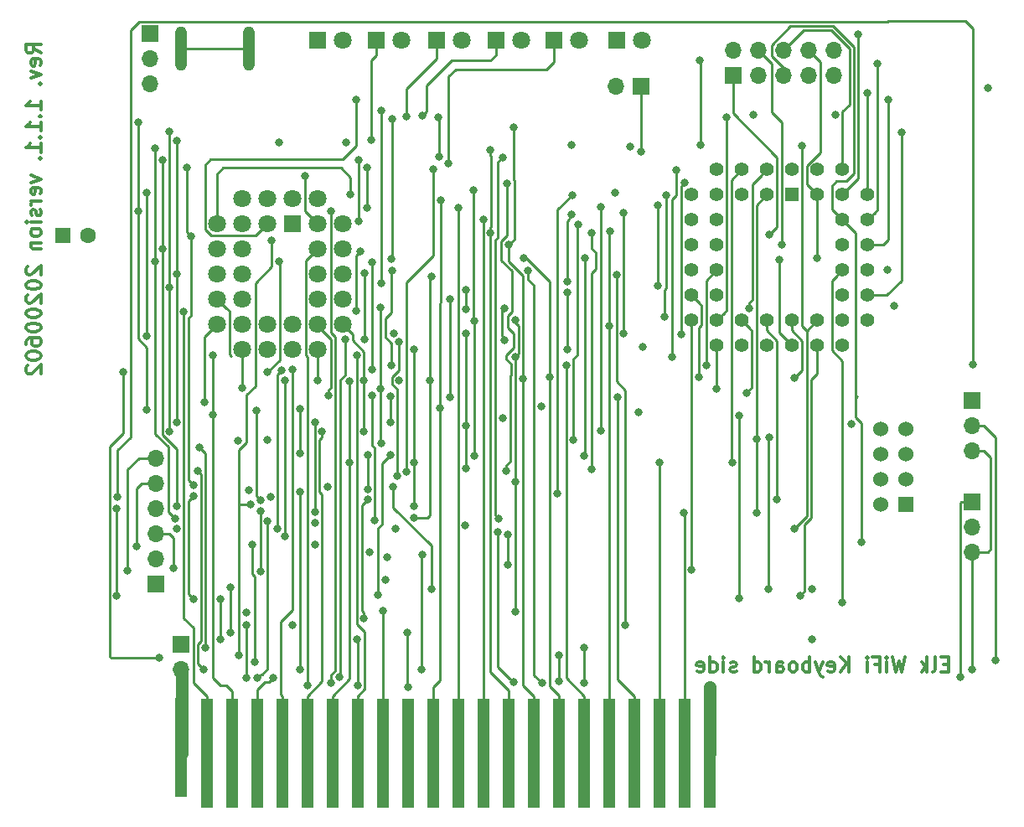
<source format=gbr>
G04 #@! TF.GenerationSoftware,KiCad,Pcbnew,(5.1.2-1)-1*
G04 #@! TF.CreationDate,2020-06-07T15:36:17+02:00*
G04 #@! TF.ProjectId,ElkWifi,456c6b57-6966-4692-9e6b-696361645f70,rev?*
G04 #@! TF.SameCoordinates,Original*
G04 #@! TF.FileFunction,Copper,L4,Bot*
G04 #@! TF.FilePolarity,Positive*
%FSLAX46Y46*%
G04 Gerber Fmt 4.6, Leading zero omitted, Abs format (unit mm)*
G04 Created by KiCad (PCBNEW (5.1.2-1)-1) date 2020-06-07 15:36:17*
%MOMM*%
%LPD*%
G04 APERTURE LIST*
%ADD10C,0.300000*%
%ADD11C,1.600000*%
%ADD12R,1.600000X1.600000*%
%ADD13C,1.524000*%
%ADD14R,1.524000X1.524000*%
%ADD15C,1.422400*%
%ADD16R,1.422400X1.422400*%
%ADD17R,1.270000X11.000000*%
%ADD18R,1.270000X10.000000*%
%ADD19O,1.200000X4.500000*%
%ADD20O,1.700000X1.700000*%
%ADD21R,1.700000X1.700000*%
%ADD22C,1.800000*%
%ADD23R,1.800000X1.800000*%
%ADD24C,0.800000*%
%ADD25C,0.250000*%
%ADD26C,1.250000*%
G04 APERTURE END LIST*
D10*
X72174491Y-31156180D02*
X71460205Y-30656180D01*
X72174491Y-30299037D02*
X70674491Y-30299037D01*
X70674491Y-30870465D01*
X70745920Y-31013322D01*
X70817348Y-31084751D01*
X70960205Y-31156180D01*
X71174491Y-31156180D01*
X71317348Y-31084751D01*
X71388777Y-31013322D01*
X71460205Y-30870465D01*
X71460205Y-30299037D01*
X72103062Y-32370465D02*
X72174491Y-32227608D01*
X72174491Y-31941894D01*
X72103062Y-31799037D01*
X71960205Y-31727608D01*
X71388777Y-31727608D01*
X71245920Y-31799037D01*
X71174491Y-31941894D01*
X71174491Y-32227608D01*
X71245920Y-32370465D01*
X71388777Y-32441894D01*
X71531634Y-32441894D01*
X71674491Y-31727608D01*
X71174491Y-32941894D02*
X72174491Y-33299037D01*
X71174491Y-33656180D01*
X72031634Y-34227608D02*
X72103062Y-34299037D01*
X72174491Y-34227608D01*
X72103062Y-34156180D01*
X72031634Y-34227608D01*
X72174491Y-34227608D01*
X72174491Y-36870465D02*
X72174491Y-36013322D01*
X72174491Y-36441894D02*
X70674491Y-36441894D01*
X70888777Y-36299037D01*
X71031634Y-36156180D01*
X71103062Y-36013322D01*
X72031634Y-37513322D02*
X72103062Y-37584751D01*
X72174491Y-37513322D01*
X72103062Y-37441894D01*
X72031634Y-37513322D01*
X72174491Y-37513322D01*
X72174491Y-39013322D02*
X72174491Y-38156180D01*
X72174491Y-38584751D02*
X70674491Y-38584751D01*
X70888777Y-38441894D01*
X71031634Y-38299037D01*
X71103062Y-38156180D01*
X72031634Y-39656180D02*
X72103062Y-39727608D01*
X72174491Y-39656180D01*
X72103062Y-39584751D01*
X72031634Y-39656180D01*
X72174491Y-39656180D01*
X72174491Y-41156180D02*
X72174491Y-40299037D01*
X72174491Y-40727608D02*
X70674491Y-40727608D01*
X70888777Y-40584751D01*
X71031634Y-40441894D01*
X71103062Y-40299037D01*
X72031634Y-41799037D02*
X72103062Y-41870465D01*
X72174491Y-41799037D01*
X72103062Y-41727608D01*
X72031634Y-41799037D01*
X72174491Y-41799037D01*
X71174491Y-43513322D02*
X72174491Y-43870465D01*
X71174491Y-44227608D01*
X72103062Y-45370465D02*
X72174491Y-45227608D01*
X72174491Y-44941894D01*
X72103062Y-44799037D01*
X71960205Y-44727608D01*
X71388777Y-44727608D01*
X71245920Y-44799037D01*
X71174491Y-44941894D01*
X71174491Y-45227608D01*
X71245920Y-45370465D01*
X71388777Y-45441894D01*
X71531634Y-45441894D01*
X71674491Y-44727608D01*
X72174491Y-46084751D02*
X71174491Y-46084751D01*
X71460205Y-46084751D02*
X71317348Y-46156180D01*
X71245920Y-46227608D01*
X71174491Y-46370465D01*
X71174491Y-46513322D01*
X72103062Y-46941894D02*
X72174491Y-47084751D01*
X72174491Y-47370465D01*
X72103062Y-47513322D01*
X71960205Y-47584751D01*
X71888777Y-47584751D01*
X71745920Y-47513322D01*
X71674491Y-47370465D01*
X71674491Y-47156180D01*
X71603062Y-47013322D01*
X71460205Y-46941894D01*
X71388777Y-46941894D01*
X71245920Y-47013322D01*
X71174491Y-47156180D01*
X71174491Y-47370465D01*
X71245920Y-47513322D01*
X72174491Y-48227608D02*
X71174491Y-48227608D01*
X70674491Y-48227608D02*
X70745920Y-48156180D01*
X70817348Y-48227608D01*
X70745920Y-48299037D01*
X70674491Y-48227608D01*
X70817348Y-48227608D01*
X72174491Y-49156180D02*
X72103062Y-49013322D01*
X72031634Y-48941894D01*
X71888777Y-48870465D01*
X71460205Y-48870465D01*
X71317348Y-48941894D01*
X71245920Y-49013322D01*
X71174491Y-49156180D01*
X71174491Y-49370465D01*
X71245920Y-49513322D01*
X71317348Y-49584751D01*
X71460205Y-49656180D01*
X71888777Y-49656180D01*
X72031634Y-49584751D01*
X72103062Y-49513322D01*
X72174491Y-49370465D01*
X72174491Y-49156180D01*
X71174491Y-50299037D02*
X72174491Y-50299037D01*
X71317348Y-50299037D02*
X71245920Y-50370465D01*
X71174491Y-50513322D01*
X71174491Y-50727608D01*
X71245920Y-50870465D01*
X71388777Y-50941894D01*
X72174491Y-50941894D01*
X70817348Y-52727608D02*
X70745920Y-52799037D01*
X70674491Y-52941894D01*
X70674491Y-53299037D01*
X70745920Y-53441894D01*
X70817348Y-53513322D01*
X70960205Y-53584751D01*
X71103062Y-53584751D01*
X71317348Y-53513322D01*
X72174491Y-52656179D01*
X72174491Y-53584751D01*
X70674491Y-54513322D02*
X70674491Y-54656179D01*
X70745920Y-54799037D01*
X70817348Y-54870465D01*
X70960205Y-54941894D01*
X71245920Y-55013322D01*
X71603062Y-55013322D01*
X71888777Y-54941894D01*
X72031634Y-54870465D01*
X72103062Y-54799037D01*
X72174491Y-54656179D01*
X72174491Y-54513322D01*
X72103062Y-54370465D01*
X72031634Y-54299037D01*
X71888777Y-54227608D01*
X71603062Y-54156179D01*
X71245920Y-54156179D01*
X70960205Y-54227608D01*
X70817348Y-54299037D01*
X70745920Y-54370465D01*
X70674491Y-54513322D01*
X70817348Y-55584751D02*
X70745920Y-55656179D01*
X70674491Y-55799037D01*
X70674491Y-56156179D01*
X70745920Y-56299037D01*
X70817348Y-56370465D01*
X70960205Y-56441894D01*
X71103062Y-56441894D01*
X71317348Y-56370465D01*
X72174491Y-55513322D01*
X72174491Y-56441894D01*
X70674491Y-57370465D02*
X70674491Y-57513322D01*
X70745920Y-57656179D01*
X70817348Y-57727608D01*
X70960205Y-57799037D01*
X71245920Y-57870465D01*
X71603062Y-57870465D01*
X71888777Y-57799037D01*
X72031634Y-57727608D01*
X72103062Y-57656179D01*
X72174491Y-57513322D01*
X72174491Y-57370465D01*
X72103062Y-57227608D01*
X72031634Y-57156179D01*
X71888777Y-57084751D01*
X71603062Y-57013322D01*
X71245920Y-57013322D01*
X70960205Y-57084751D01*
X70817348Y-57156179D01*
X70745920Y-57227608D01*
X70674491Y-57370465D01*
X70674491Y-58799037D02*
X70674491Y-58941894D01*
X70745920Y-59084751D01*
X70817348Y-59156179D01*
X70960205Y-59227608D01*
X71245920Y-59299037D01*
X71603062Y-59299037D01*
X71888777Y-59227608D01*
X72031634Y-59156179D01*
X72103062Y-59084751D01*
X72174491Y-58941894D01*
X72174491Y-58799037D01*
X72103062Y-58656179D01*
X72031634Y-58584751D01*
X71888777Y-58513322D01*
X71603062Y-58441894D01*
X71245920Y-58441894D01*
X70960205Y-58513322D01*
X70817348Y-58584751D01*
X70745920Y-58656179D01*
X70674491Y-58799037D01*
X70674491Y-60584751D02*
X70674491Y-60299037D01*
X70745920Y-60156179D01*
X70817348Y-60084751D01*
X71031634Y-59941894D01*
X71317348Y-59870465D01*
X71888777Y-59870465D01*
X72031634Y-59941894D01*
X72103062Y-60013322D01*
X72174491Y-60156179D01*
X72174491Y-60441894D01*
X72103062Y-60584751D01*
X72031634Y-60656179D01*
X71888777Y-60727608D01*
X71531634Y-60727608D01*
X71388777Y-60656179D01*
X71317348Y-60584751D01*
X71245920Y-60441894D01*
X71245920Y-60156179D01*
X71317348Y-60013322D01*
X71388777Y-59941894D01*
X71531634Y-59870465D01*
X70674491Y-61656179D02*
X70674491Y-61799037D01*
X70745920Y-61941894D01*
X70817348Y-62013322D01*
X70960205Y-62084751D01*
X71245920Y-62156179D01*
X71603062Y-62156179D01*
X71888777Y-62084751D01*
X72031634Y-62013322D01*
X72103062Y-61941894D01*
X72174491Y-61799037D01*
X72174491Y-61656179D01*
X72103062Y-61513322D01*
X72031634Y-61441894D01*
X71888777Y-61370465D01*
X71603062Y-61299037D01*
X71245920Y-61299037D01*
X70960205Y-61370465D01*
X70817348Y-61441894D01*
X70745920Y-61513322D01*
X70674491Y-61656179D01*
X70817348Y-62727608D02*
X70745920Y-62799037D01*
X70674491Y-62941894D01*
X70674491Y-63299037D01*
X70745920Y-63441894D01*
X70817348Y-63513322D01*
X70960205Y-63584751D01*
X71103062Y-63584751D01*
X71317348Y-63513322D01*
X72174491Y-62656179D01*
X72174491Y-63584751D01*
X163877151Y-92894957D02*
X163377151Y-92894957D01*
X163162865Y-93680671D02*
X163877151Y-93680671D01*
X163877151Y-92180671D01*
X163162865Y-92180671D01*
X162305722Y-93680671D02*
X162448580Y-93609242D01*
X162520008Y-93466385D01*
X162520008Y-92180671D01*
X161734294Y-93680671D02*
X161734294Y-92180671D01*
X161591437Y-93109242D02*
X161162865Y-93680671D01*
X161162865Y-92680671D02*
X161734294Y-93252100D01*
X159520008Y-92180671D02*
X159162865Y-93680671D01*
X158877151Y-92609242D01*
X158591437Y-93680671D01*
X158234294Y-92180671D01*
X157662865Y-93680671D02*
X157662865Y-92680671D01*
X157662865Y-92180671D02*
X157734294Y-92252100D01*
X157662865Y-92323528D01*
X157591437Y-92252100D01*
X157662865Y-92180671D01*
X157662865Y-92323528D01*
X156448580Y-92894957D02*
X156948580Y-92894957D01*
X156948580Y-93680671D02*
X156948580Y-92180671D01*
X156234294Y-92180671D01*
X155662865Y-93680671D02*
X155662865Y-92680671D01*
X155662865Y-92180671D02*
X155734294Y-92252100D01*
X155662865Y-92323528D01*
X155591437Y-92252100D01*
X155662865Y-92180671D01*
X155662865Y-92323528D01*
X153805722Y-93680671D02*
X153805722Y-92180671D01*
X152948580Y-93680671D02*
X153591437Y-92823528D01*
X152948580Y-92180671D02*
X153805722Y-93037814D01*
X151734294Y-93609242D02*
X151877151Y-93680671D01*
X152162865Y-93680671D01*
X152305722Y-93609242D01*
X152377151Y-93466385D01*
X152377151Y-92894957D01*
X152305722Y-92752100D01*
X152162865Y-92680671D01*
X151877151Y-92680671D01*
X151734294Y-92752100D01*
X151662865Y-92894957D01*
X151662865Y-93037814D01*
X152377151Y-93180671D01*
X151162865Y-92680671D02*
X150805722Y-93680671D01*
X150448580Y-92680671D02*
X150805722Y-93680671D01*
X150948580Y-94037814D01*
X151020008Y-94109242D01*
X151162865Y-94180671D01*
X149877151Y-93680671D02*
X149877151Y-92180671D01*
X149877151Y-92752100D02*
X149734294Y-92680671D01*
X149448580Y-92680671D01*
X149305722Y-92752100D01*
X149234294Y-92823528D01*
X149162865Y-92966385D01*
X149162865Y-93394957D01*
X149234294Y-93537814D01*
X149305722Y-93609242D01*
X149448580Y-93680671D01*
X149734294Y-93680671D01*
X149877151Y-93609242D01*
X148305722Y-93680671D02*
X148448580Y-93609242D01*
X148520008Y-93537814D01*
X148591437Y-93394957D01*
X148591437Y-92966385D01*
X148520008Y-92823528D01*
X148448580Y-92752100D01*
X148305722Y-92680671D01*
X148091437Y-92680671D01*
X147948580Y-92752100D01*
X147877151Y-92823528D01*
X147805722Y-92966385D01*
X147805722Y-93394957D01*
X147877151Y-93537814D01*
X147948580Y-93609242D01*
X148091437Y-93680671D01*
X148305722Y-93680671D01*
X146520008Y-93680671D02*
X146520008Y-92894957D01*
X146591437Y-92752100D01*
X146734294Y-92680671D01*
X147020008Y-92680671D01*
X147162865Y-92752100D01*
X146520008Y-93609242D02*
X146662865Y-93680671D01*
X147020008Y-93680671D01*
X147162865Y-93609242D01*
X147234294Y-93466385D01*
X147234294Y-93323528D01*
X147162865Y-93180671D01*
X147020008Y-93109242D01*
X146662865Y-93109242D01*
X146520008Y-93037814D01*
X145805722Y-93680671D02*
X145805722Y-92680671D01*
X145805722Y-92966385D02*
X145734294Y-92823528D01*
X145662865Y-92752100D01*
X145520008Y-92680671D01*
X145377151Y-92680671D01*
X144234294Y-93680671D02*
X144234294Y-92180671D01*
X144234294Y-93609242D02*
X144377151Y-93680671D01*
X144662865Y-93680671D01*
X144805722Y-93609242D01*
X144877151Y-93537814D01*
X144948580Y-93394957D01*
X144948580Y-92966385D01*
X144877151Y-92823528D01*
X144805722Y-92752100D01*
X144662865Y-92680671D01*
X144377151Y-92680671D01*
X144234294Y-92752100D01*
X142448580Y-93609242D02*
X142305722Y-93680671D01*
X142020008Y-93680671D01*
X141877151Y-93609242D01*
X141805722Y-93466385D01*
X141805722Y-93394957D01*
X141877151Y-93252100D01*
X142020008Y-93180671D01*
X142234294Y-93180671D01*
X142377151Y-93109242D01*
X142448580Y-92966385D01*
X142448580Y-92894957D01*
X142377151Y-92752100D01*
X142234294Y-92680671D01*
X142020008Y-92680671D01*
X141877151Y-92752100D01*
X141162865Y-93680671D02*
X141162865Y-92680671D01*
X141162865Y-92180671D02*
X141234294Y-92252100D01*
X141162865Y-92323528D01*
X141091437Y-92252100D01*
X141162865Y-92180671D01*
X141162865Y-92323528D01*
X139805722Y-93680671D02*
X139805722Y-92180671D01*
X139805722Y-93609242D02*
X139948580Y-93680671D01*
X140234294Y-93680671D01*
X140377151Y-93609242D01*
X140448580Y-93537814D01*
X140520008Y-93394957D01*
X140520008Y-92966385D01*
X140448580Y-92823528D01*
X140377151Y-92752100D01*
X140234294Y-92680671D01*
X139948580Y-92680671D01*
X139805722Y-92752100D01*
X138520008Y-93609242D02*
X138662865Y-93680671D01*
X138948580Y-93680671D01*
X139091437Y-93609242D01*
X139162865Y-93466385D01*
X139162865Y-92894957D01*
X139091437Y-92752100D01*
X138948580Y-92680671D01*
X138662865Y-92680671D01*
X138520008Y-92752100D01*
X138448580Y-92894957D01*
X138448580Y-93037814D01*
X139162865Y-93180671D01*
D11*
X76947400Y-49580800D03*
D12*
X74447400Y-49580800D03*
D13*
X157078680Y-69100700D03*
X159618680Y-69100700D03*
X157078680Y-71640700D03*
X159618680Y-71640700D03*
X157078680Y-74180700D03*
X159618680Y-74180700D03*
X157078680Y-76720700D03*
D14*
X159618680Y-76720700D03*
D15*
X155702000Y-45466000D03*
X155702000Y-48006000D03*
X155702000Y-50546000D03*
X155702000Y-53086000D03*
X155702000Y-55626000D03*
X153162000Y-42926000D03*
X153162000Y-48006000D03*
X153162000Y-50546000D03*
X153162000Y-53086000D03*
X153162000Y-55626000D03*
X153162000Y-58166000D03*
X153162000Y-60706000D03*
X150622000Y-60706000D03*
X148082000Y-60706000D03*
X145542000Y-60706000D03*
X143002000Y-60706000D03*
X140462000Y-60706000D03*
X155702000Y-58166000D03*
X150622000Y-58166000D03*
X148082000Y-58166000D03*
X145542000Y-58166000D03*
X143002000Y-58166000D03*
X140462000Y-58166000D03*
X137922000Y-58166000D03*
X137922000Y-55626000D03*
X137922000Y-53086000D03*
X137922000Y-50546000D03*
X137922000Y-48006000D03*
X137922000Y-45466000D03*
X140462000Y-55626000D03*
X140462000Y-53086000D03*
X140462000Y-50546000D03*
X140462000Y-48006000D03*
X140462000Y-45466000D03*
X150622000Y-42926000D03*
X148082000Y-42926000D03*
X140462000Y-42926000D03*
X143002000Y-42926000D03*
X145542000Y-42926000D03*
X153162000Y-45466000D03*
X150622000Y-45466000D03*
X143002000Y-45466000D03*
X145542000Y-45466000D03*
D16*
X148082000Y-45466000D03*
D17*
X139748260Y-101861620D03*
X137208260Y-101861620D03*
X134668260Y-101861620D03*
X132128260Y-101861620D03*
X129588260Y-101861620D03*
X127048260Y-101861620D03*
X124508260Y-101861620D03*
X121968260Y-101861620D03*
X119428260Y-101861620D03*
X116888260Y-101861620D03*
X114348260Y-101861620D03*
X111808260Y-101861620D03*
X109268260Y-101861620D03*
X106728260Y-101861620D03*
X104188260Y-101861620D03*
X101648260Y-101861620D03*
X99108260Y-101861620D03*
X96568260Y-101861620D03*
X94028260Y-101861620D03*
X91488260Y-101861620D03*
X88948260Y-101861620D03*
D18*
X86357460Y-101345620D03*
D19*
X86347300Y-30683200D03*
X93205300Y-30683200D03*
D20*
X86357460Y-93454220D03*
D21*
X86357460Y-90914220D03*
D20*
X83195160Y-34274760D03*
X83195160Y-31734760D03*
D21*
X83195160Y-29194760D03*
D22*
X102661720Y-29885640D03*
D23*
X100121720Y-29885640D03*
D22*
X102692200Y-48387000D03*
X102692200Y-50927000D03*
X102692200Y-53467000D03*
X102692200Y-56007000D03*
X102692200Y-58547000D03*
X100152200Y-50927000D03*
X100152200Y-53467000D03*
X100152200Y-56007000D03*
X100152200Y-61087000D03*
X97612200Y-61087000D03*
X95072200Y-61087000D03*
X92532200Y-61087000D03*
X100152200Y-58547000D03*
X97612200Y-58547000D03*
X95072200Y-58547000D03*
X92532200Y-58547000D03*
X89992200Y-58547000D03*
X89992200Y-56007000D03*
X89992200Y-53467000D03*
X89992200Y-50927000D03*
X89992200Y-48387000D03*
X92532200Y-56007000D03*
X92532200Y-53467000D03*
X92532200Y-50927000D03*
X92532200Y-48387000D03*
X100152200Y-45847000D03*
X97612200Y-45847000D03*
X92532200Y-45847000D03*
X95072200Y-45847000D03*
X102692200Y-48387000D03*
X100152200Y-48387000D03*
X95072200Y-48387000D03*
D23*
X97612200Y-48387000D03*
D20*
X130263900Y-34483040D03*
D21*
X132803900Y-34483040D03*
D20*
X152290780Y-30883860D03*
X152290780Y-33423860D03*
X149750780Y-30883860D03*
X149750780Y-33423860D03*
X147210780Y-30883860D03*
X147210780Y-33423860D03*
X144670780Y-30883860D03*
X144670780Y-33423860D03*
X142130780Y-30883860D03*
D21*
X142130780Y-33423860D03*
D20*
X83804760Y-72069960D03*
X83804760Y-74609960D03*
X83804760Y-77149960D03*
X83804760Y-79689960D03*
X83804760Y-82229960D03*
D21*
X83804760Y-84769960D03*
D20*
X166293800Y-81549240D03*
X166293800Y-79009240D03*
D21*
X166293800Y-76469240D03*
D20*
X166293800Y-71338440D03*
X166293800Y-68798440D03*
D21*
X166293800Y-66258440D03*
D22*
X132897880Y-29885640D03*
D23*
X130357880Y-29885640D03*
D22*
X126547880Y-29885640D03*
D23*
X124007880Y-29885640D03*
D22*
X120705880Y-29885640D03*
D23*
X118165880Y-29885640D03*
D22*
X114686080Y-29855160D03*
D23*
X112146080Y-29855160D03*
D22*
X108590080Y-29855160D03*
D23*
X106050080Y-29855160D03*
D24*
X139743180Y-95227140D03*
X150080980Y-90418920D03*
X150073400Y-85278000D03*
X154091640Y-68668900D03*
X152437000Y-37397447D03*
X131688840Y-40568880D03*
X107840780Y-59461400D03*
X92121820Y-70279260D03*
X118831360Y-68056760D03*
X132567680Y-67409060D03*
X96243140Y-40187880D03*
X115073260Y-78864460D03*
X158369000Y-56652160D03*
X97586800Y-88942080D03*
X105382060Y-81569560D03*
X85899160Y-79186576D03*
X107045760Y-84358480D03*
X144193260Y-37409120D03*
X130230880Y-45247560D03*
X125768100Y-40393620D03*
X132986780Y-60855860D03*
X122775980Y-66880740D03*
X103002080Y-40175180D03*
X157680660Y-53086000D03*
X167845740Y-34704020D03*
X95039180Y-70228460D03*
X92949860Y-87678260D03*
X99880420Y-80779620D03*
X101170740Y-74945240D03*
X104834370Y-88252639D03*
X105194661Y-76284381D03*
X105537000Y-39890700D03*
X107490261Y-71794540D03*
X106227880Y-85862160D03*
X109111881Y-37532479D03*
X107170220Y-82127260D03*
X110758139Y-37461021D03*
X107998260Y-79169260D03*
X113395691Y-42334249D03*
X166287281Y-93429921D03*
X168668700Y-92539820D03*
X165097460Y-94228920D03*
X80965040Y-83413600D03*
X81871820Y-80987900D03*
X79855060Y-85953600D03*
X79855060Y-77160120D03*
X85628480Y-83192620D03*
X145714720Y-85305900D03*
X145745200Y-70012560D03*
X107792520Y-75006200D03*
X111630460Y-85305900D03*
X148348700Y-63980060D03*
X98366480Y-75483820D03*
X98369120Y-93429920D03*
X110667800Y-93429920D03*
X110694700Y-81832220D03*
X150647400Y-51879500D03*
X156713939Y-32248859D03*
X155067000Y-80556100D03*
X147045680Y-50523140D03*
X155702000Y-35172820D03*
X142725140Y-86263480D03*
X142746561Y-67763221D03*
X154792680Y-29263340D03*
X145752820Y-49532540D03*
X132798820Y-41148000D03*
X159131000Y-39128700D03*
X153169620Y-86669880D03*
X137933260Y-83380580D03*
X109258100Y-95237300D03*
X91343480Y-85115400D03*
X91343480Y-89667080D03*
X109237780Y-89702640D03*
X130339000Y-53555900D03*
X131231640Y-88983820D03*
X148313140Y-79222600D03*
X149128480Y-40490140D03*
X138805920Y-40467280D03*
X138783060Y-31854140D03*
X146580860Y-76255880D03*
X129700020Y-49182020D03*
X82049620Y-47109380D03*
X106580940Y-36954460D03*
X106586020Y-54376320D03*
X115100100Y-55088620D03*
X115100100Y-55088620D03*
X115105180Y-57035700D03*
X129588260Y-58718620D03*
X82049620Y-38138100D03*
X94401640Y-76372720D03*
X93967300Y-67231260D03*
X82910680Y-67228720D03*
X125257560Y-62704980D03*
X107609640Y-62704980D03*
X107647740Y-53101240D03*
X139415540Y-62689740D03*
X105211880Y-75194160D03*
X105222040Y-71794540D03*
X121010680Y-51836320D03*
X85172720Y-54825900D03*
X85176360Y-69354700D03*
X107655360Y-37805360D03*
X107586780Y-51918700D03*
X123623260Y-63856680D03*
X138690540Y-63856680D03*
X85187621Y-39054723D03*
X119453660Y-50512980D03*
X85899160Y-68460620D03*
X85897720Y-53497480D03*
X119999760Y-38646100D03*
X120889861Y-64017059D03*
X85912621Y-39997380D03*
X119390160Y-82852260D03*
X119390160Y-79768849D03*
X99886940Y-68460280D03*
X107490260Y-68460620D03*
X140456920Y-65059560D03*
X107490260Y-65791081D03*
X94363540Y-83520280D03*
X99875340Y-77487780D03*
X94363540Y-77470000D03*
X98897440Y-43578780D03*
X137231120Y-44203620D03*
X136898380Y-59606180D03*
X96837500Y-64211200D03*
X96855280Y-79976980D03*
X104432100Y-51193700D03*
X146814540Y-52021740D03*
X96537780Y-63233300D03*
X104038400Y-57228740D03*
X96105980Y-79197200D03*
X79928720Y-75971400D03*
X166385240Y-62636400D03*
X143471561Y-65465960D03*
X124503180Y-92001340D03*
X95534480Y-50088800D03*
X92213600Y-91978932D03*
X124513340Y-94635320D03*
X93342460Y-76776580D03*
X114358420Y-46763940D03*
X87348060Y-49669700D03*
X86964520Y-42705020D03*
X105128060Y-42705020D03*
X105140760Y-46763940D03*
X87594440Y-74846180D03*
X112565180Y-45991780D03*
X98381820Y-67106800D03*
X112542320Y-67053460D03*
X103492300Y-45468540D03*
X98383260Y-71569580D03*
X116916200Y-48000920D03*
X85899160Y-76934060D03*
X84462620Y-50919380D03*
X84460080Y-41960800D03*
X104300020Y-41945560D03*
X104300020Y-48148240D03*
X93242300Y-75294259D03*
X117627400Y-49296320D03*
X83722719Y-52202080D03*
X117623759Y-40933539D03*
X83722719Y-40740839D03*
X95387499Y-76019259D03*
X85778340Y-78193900D03*
X101216291Y-65765679D03*
X105613200Y-65778380D03*
X105948480Y-78381860D03*
X104076500Y-35897820D03*
X157817820Y-35897820D03*
X112387380Y-41658540D03*
X112377220Y-37617400D03*
X141439900Y-37637720D03*
X100611940Y-69410580D03*
X104843580Y-64223900D03*
X108386880Y-64254380D03*
X111483140Y-64254380D03*
X111664398Y-53691180D03*
X125356620Y-54223920D03*
X125818900Y-47490380D03*
X104834371Y-69387823D03*
X109844840Y-78083580D03*
X104119680Y-61668660D03*
X119026940Y-60192920D03*
X119065040Y-56983621D03*
X135176260Y-57821250D03*
X135392160Y-45481240D03*
X108386880Y-60333142D03*
X108189519Y-73848216D03*
X109855000Y-76949300D03*
X109862620Y-61107320D03*
X134528560Y-54663340D03*
X134528560Y-46520100D03*
X125417580Y-61107320D03*
X103362760Y-64295020D03*
X100119180Y-64249300D03*
X109862620Y-72519540D03*
X125409960Y-55293260D03*
X103377559Y-72530141D03*
X106728260Y-87520780D03*
X120164860Y-87579200D03*
X120162320Y-74444860D03*
X120114060Y-58158380D03*
X120142000Y-61846460D03*
X135996680Y-61849000D03*
X136428480Y-42938700D03*
X115953540Y-58183780D03*
X115968780Y-71876920D03*
X134666739Y-72523601D03*
X142021560Y-72542400D03*
X82854800Y-59758580D03*
X115935760Y-45028619D03*
X82854800Y-45257720D03*
X113525300Y-55986680D03*
X113525300Y-65892680D03*
X130459480Y-65885060D03*
X88679020Y-66400680D03*
X143780799Y-56951880D03*
X115158520Y-73149460D03*
X115176300Y-59461400D03*
X89597400Y-67735280D03*
X131064000Y-59461400D03*
X131064000Y-47281000D03*
X89593420Y-61716920D03*
X115158520Y-68786840D03*
X137177780Y-77566520D03*
X144546320Y-77612240D03*
X106530140Y-56875680D03*
X106545380Y-70606920D03*
X92547440Y-65026540D03*
X106530140Y-65059560D03*
X144505799Y-70121899D03*
X128757680Y-46733460D03*
X128757680Y-69326760D03*
X126011940Y-70205600D03*
X126456440Y-48498760D03*
X127175260Y-51833780D03*
X127100500Y-71809497D03*
X127825500Y-49283620D03*
X127825500Y-73174860D03*
X119283480Y-44303619D03*
X119207280Y-73400920D03*
X125846840Y-45488860D03*
X124353320Y-75666600D03*
X109111880Y-73461880D03*
X111813340Y-42853619D03*
X118828820Y-41676320D03*
X118414800Y-78229460D03*
X88625680Y-93421200D03*
X88026240Y-73337420D03*
X99886940Y-78620620D03*
X121432320Y-53103780D03*
X122809000Y-94830900D03*
X118339700Y-79562960D03*
X119926100Y-94729300D03*
X93781880Y-92704920D03*
X93545660Y-80802480D03*
X101516180Y-47099220D03*
X101475540Y-94787720D03*
X99118420Y-95059500D03*
X97581720Y-63093600D03*
X105681780Y-63093600D03*
X105686860Y-52268120D03*
X84167980Y-92275660D03*
X80487520Y-63411100D03*
X95087779Y-63395860D03*
X96287308Y-52185288D03*
X104904540Y-53411120D03*
X104894380Y-60093860D03*
X102956360Y-60086240D03*
X102384860Y-94154920D03*
X95647888Y-94313788D03*
X95092520Y-78417420D03*
X94084140Y-94310200D03*
X92941140Y-94272100D03*
X92949860Y-88940640D03*
X86624160Y-57299860D03*
X127043180Y-94777560D03*
X88204040Y-70985380D03*
X88806020Y-91211400D03*
X127043180Y-91226640D03*
X104178100Y-95067120D03*
X104167940Y-90392080D03*
X90347800Y-90406650D03*
X90347800Y-86339680D03*
X87584280Y-86344760D03*
X87584280Y-75879960D03*
X148889720Y-85944880D03*
D25*
X139748260Y-95232220D02*
X139743180Y-95227140D01*
D26*
X139748260Y-101861620D02*
X139748260Y-95232220D01*
D25*
X104657059Y-76821983D02*
X105194661Y-76284381D01*
X104657059Y-87509643D02*
X104657059Y-76821983D01*
X104834370Y-87686954D02*
X104657059Y-87509643D01*
X104834370Y-88252639D02*
X104834370Y-87686954D01*
X106050080Y-31366460D02*
X106050080Y-29855160D01*
X105537000Y-31879540D02*
X106050080Y-31366460D01*
X105537000Y-39890700D02*
X105537000Y-31879540D01*
X106673481Y-72611320D02*
X107490261Y-71794540D01*
X106673481Y-78729861D02*
X106673481Y-72611320D01*
X106226661Y-79176681D02*
X106673481Y-78729861D01*
X106226661Y-85444261D02*
X106226661Y-79176681D01*
X106226661Y-85860941D02*
X106227880Y-85862160D01*
X106226661Y-85444261D02*
X106226661Y-85860941D01*
X109111881Y-37532479D02*
X109111881Y-34743559D01*
X112146080Y-31709360D02*
X112146080Y-29855160D01*
X109111881Y-34743559D02*
X112146080Y-31709360D01*
X111158138Y-37061022D02*
X111158138Y-34414342D01*
X110758139Y-37461021D02*
X111158138Y-37061022D01*
X111158138Y-34414342D02*
X113657380Y-31915100D01*
X113657380Y-31915100D02*
X117591840Y-31915100D01*
X118165880Y-31341060D02*
X118165880Y-29885640D01*
X117591840Y-31915100D02*
X118165880Y-31341060D01*
X113395691Y-42334249D02*
X113395691Y-33497589D01*
X113395691Y-33497589D02*
X114084100Y-32809180D01*
X114084100Y-32809180D02*
X123240800Y-32809180D01*
X124007880Y-32042100D02*
X124007880Y-29885640D01*
X123240800Y-32809180D02*
X124007880Y-32042100D01*
X167495881Y-71338440D02*
X168132760Y-71975319D01*
X166293800Y-71338440D02*
X167495881Y-71338440D01*
X168132760Y-71975319D02*
X168132760Y-81282540D01*
X167866060Y-81549240D02*
X166293800Y-81549240D01*
X168132760Y-81282540D02*
X167866060Y-81549240D01*
X166287281Y-81555759D02*
X166293800Y-81549240D01*
X166287281Y-93429921D02*
X166287281Y-81555759D01*
X168661080Y-69963639D02*
X168668700Y-92539820D01*
X167495881Y-68798440D02*
X168661080Y-69963639D01*
X166293800Y-68798440D02*
X167495881Y-68798440D01*
X165097460Y-78466578D02*
X165097460Y-94228920D01*
X165097460Y-76565580D02*
X165097460Y-78466578D01*
X165193800Y-76469240D02*
X165097460Y-76565580D01*
X166293800Y-76469240D02*
X165193800Y-76469240D01*
X86347300Y-30683200D02*
X93205300Y-30683200D01*
X82085180Y-72069960D02*
X83804760Y-72069960D01*
X80965040Y-73190100D02*
X82085180Y-72069960D01*
X80965040Y-83413600D02*
X80965040Y-73190100D01*
X82387440Y-74609960D02*
X83804760Y-74609960D01*
X81871820Y-75125580D02*
X82387440Y-74609960D01*
X81871820Y-80987900D02*
X81871820Y-75125580D01*
X79855060Y-85953600D02*
X79855060Y-77160120D01*
X85628480Y-81513680D02*
X85625940Y-81511140D01*
X85625940Y-81511140D02*
X85625940Y-80131920D01*
X85183980Y-79689960D02*
X83804760Y-79689960D01*
X85625940Y-80131920D02*
X85183980Y-79689960D01*
X85628480Y-83192620D02*
X85628480Y-81513680D01*
X145714720Y-70043040D02*
X145745200Y-70012560D01*
X145714720Y-85305900D02*
X145714720Y-70043040D01*
X107792520Y-75006200D02*
X107792520Y-77104262D01*
X111630460Y-80942202D02*
X111630460Y-85305900D01*
X107792520Y-77104262D02*
X111630460Y-80942202D01*
X149118201Y-63210559D02*
X148348700Y-63980060D01*
X148082000Y-59172422D02*
X149118201Y-60208623D01*
X149118201Y-60208623D02*
X149118201Y-63210559D01*
X148082000Y-58166000D02*
X148082000Y-59172422D01*
X98366480Y-93427280D02*
X98369120Y-93429920D01*
X98366480Y-75483820D02*
X98366480Y-93427280D01*
X110667800Y-93429920D02*
X110667800Y-81859120D01*
X110667800Y-81859120D02*
X110694700Y-81832220D01*
X150622000Y-51854100D02*
X150647400Y-51879500D01*
X150622000Y-45466000D02*
X150622000Y-51854100D01*
X149910801Y-44754801D02*
X150622000Y-45466000D01*
X149568211Y-42514209D02*
X149568211Y-44412211D01*
X149568211Y-44412211D02*
X149910801Y-44754801D01*
X150925781Y-41156639D02*
X149568211Y-42514209D01*
X150925781Y-32058861D02*
X150925781Y-41156639D01*
X149750780Y-30883860D02*
X150925781Y-32058861D01*
X156413199Y-47294801D02*
X155702000Y-48006000D01*
X156738201Y-44968623D02*
X156738201Y-46969799D01*
X156713939Y-44944361D02*
X156738201Y-44968623D01*
X156738201Y-46969799D02*
X156413199Y-47294801D01*
X156713939Y-32248859D02*
X156713939Y-44944361D01*
X147210780Y-30883860D02*
X149219920Y-28874720D01*
X153873199Y-30727277D02*
X153873199Y-36360101D01*
X152020642Y-28874720D02*
X153873199Y-30727277D01*
X149219920Y-28874720D02*
X152020642Y-28874720D01*
X153162000Y-37071300D02*
X153162000Y-42926000D01*
X153873199Y-36360101D02*
X153162000Y-37071300D01*
X152115950Y-46959950D02*
X153162000Y-48006000D01*
X153542418Y-44079160D02*
X152587960Y-44079160D01*
X152115950Y-44551170D02*
X152115950Y-46959950D01*
X152587960Y-44079160D02*
X152115950Y-44551170D01*
X154323208Y-43298370D02*
X153542418Y-44079160D01*
X146035779Y-31447861D02*
X146035779Y-30319859D01*
X147930928Y-28424710D02*
X152207042Y-28424710D01*
X147210780Y-32622862D02*
X146035779Y-31447861D01*
X154323208Y-30540876D02*
X154323208Y-43298370D01*
X147210780Y-33423860D02*
X147210780Y-32622862D01*
X146035779Y-30319859D02*
X147930928Y-28424710D01*
X152207042Y-28424710D02*
X154323208Y-30540876D01*
X153873199Y-48717199D02*
X153162000Y-48006000D01*
X154485340Y-66006980D02*
X154665799Y-65826521D01*
X154485340Y-49329340D02*
X153162000Y-48006000D01*
X155067000Y-68571258D02*
X154485340Y-67989598D01*
X155067000Y-80556100D02*
X155067000Y-68571258D01*
X154485340Y-63497460D02*
X154485340Y-49329340D01*
X154485340Y-67989598D02*
X154485340Y-63497460D01*
X154485340Y-66006980D02*
X154485340Y-63497460D01*
X146035779Y-32248859D02*
X146035779Y-37118039D01*
X144670780Y-30883860D02*
X146035779Y-32248859D01*
X147045680Y-38127940D02*
X147045680Y-50523140D01*
X146035779Y-37118039D02*
X147045680Y-38127940D01*
X155702000Y-35172820D02*
X155702000Y-45466000D01*
X142725140Y-72911822D02*
X142746561Y-72890401D01*
X142725140Y-86263480D02*
X142725140Y-72911822D01*
X142746561Y-72890401D02*
X142746561Y-67763221D01*
X154792680Y-43835320D02*
X153162000Y-45466000D01*
X154792680Y-29263340D02*
X154792680Y-43835320D01*
X146578201Y-41703019D02*
X146578201Y-48707159D01*
X142130780Y-37255598D02*
X146578201Y-41703019D01*
X146578201Y-48707159D02*
X145752820Y-49532540D01*
X142130780Y-33423860D02*
X142130780Y-37255598D01*
X132803900Y-41142920D02*
X132798820Y-41148000D01*
X132803900Y-34483040D02*
X132803900Y-41142920D01*
X159131000Y-39128700D02*
X159131000Y-54145180D01*
X157650180Y-55626000D02*
X155702000Y-55626000D01*
X159131000Y-54145180D02*
X157650180Y-55626000D01*
X152450801Y-53797199D02*
X153162000Y-53086000D01*
X152125799Y-61203377D02*
X152125799Y-54122201D01*
X153169620Y-62247198D02*
X152125799Y-61203377D01*
X152125799Y-54122201D02*
X152450801Y-53797199D01*
X153169620Y-86669880D02*
X153169620Y-62247198D01*
X137922000Y-83369320D02*
X137933260Y-83380580D01*
X137922000Y-58166000D02*
X137922000Y-83369320D01*
X91343480Y-85115400D02*
X91343480Y-89667080D01*
X109247940Y-95227140D02*
X109258100Y-95237300D01*
X109237780Y-89702640D02*
X109247940Y-95227140D01*
X131200760Y-65553338D02*
X131200760Y-82557220D01*
X131200760Y-65198860D02*
X131200760Y-65553338D01*
X130339000Y-64337100D02*
X131200760Y-65198860D01*
X130339000Y-53555900D02*
X130339000Y-64337100D01*
X131231640Y-82588100D02*
X131200760Y-82557220D01*
X131231640Y-88983820D02*
X131231640Y-82588100D01*
X149585799Y-77949941D02*
X148313140Y-79222600D01*
X149585799Y-59202201D02*
X149585799Y-77949941D01*
X150622000Y-58166000D02*
X149585799Y-59202201D01*
X149118201Y-40500419D02*
X149128480Y-40490140D01*
X149118201Y-58734603D02*
X149118201Y-40500419D01*
X149585799Y-59202201D02*
X149118201Y-58734603D01*
X138805920Y-31877000D02*
X138783060Y-31854140D01*
X138805920Y-40467280D02*
X138805920Y-31877000D01*
X145542000Y-59171788D02*
X145542000Y-58166000D01*
X146578201Y-60207989D02*
X145542000Y-59171788D01*
X146578201Y-74772401D02*
X146580860Y-74775060D01*
X146580860Y-74775060D02*
X146580860Y-76255880D01*
X146578201Y-75158719D02*
X146578201Y-74772401D01*
X146578201Y-74772401D02*
X146578201Y-60207989D01*
X129588260Y-49293780D02*
X129700020Y-49182020D01*
X129588260Y-54991000D02*
X129588260Y-49293780D01*
X106580940Y-54371240D02*
X106586020Y-54376320D01*
X106580940Y-36954460D02*
X106580940Y-54371240D01*
X82049620Y-47675065D02*
X82049620Y-47109380D01*
X82049620Y-60026402D02*
X82049620Y-47675065D01*
X82910680Y-60887462D02*
X82049620Y-60026402D01*
X115100100Y-57030620D02*
X115105180Y-57035700D01*
X115100100Y-55088620D02*
X115100100Y-57030620D01*
X129588260Y-95074740D02*
X129588260Y-54991000D01*
X82049620Y-47109380D02*
X82049620Y-38138100D01*
X129588260Y-95074740D02*
X129588260Y-101861620D01*
X93967300Y-70229582D02*
X93967300Y-67231260D01*
X93967300Y-75938380D02*
X93967300Y-70229582D01*
X94401640Y-76372720D02*
X93967300Y-75938380D01*
X82910680Y-67228720D02*
X82910680Y-60887462D01*
X91217201Y-57232001D02*
X90892199Y-56906999D01*
X90892199Y-56906999D02*
X89992200Y-56007000D01*
X91217201Y-61585003D02*
X91217201Y-57232001D01*
X91396820Y-61764622D02*
X91217201Y-61585003D01*
X139415540Y-54132460D02*
X140462000Y-53086000D01*
X139415540Y-62689740D02*
X139415540Y-54132460D01*
X107609640Y-53139340D02*
X107647740Y-53101240D01*
X106980150Y-57964910D02*
X107609640Y-57335420D01*
X106980150Y-59832670D02*
X106980150Y-57964910D01*
X107609640Y-60462160D02*
X106980150Y-59832670D01*
X107609640Y-57335420D02*
X107609640Y-53139340D01*
X107609640Y-62704980D02*
X107609640Y-60462160D01*
X127048260Y-96111620D02*
X127048260Y-101861620D01*
X125257560Y-94320920D02*
X127048260Y-96111620D01*
X125257560Y-92519500D02*
X125257560Y-94320920D01*
X125257560Y-94016682D02*
X125257560Y-92519500D01*
X125257560Y-92519500D02*
X125257560Y-62704980D01*
X105211880Y-71804700D02*
X105222040Y-71794540D01*
X105211880Y-75194160D02*
X105211880Y-71804700D01*
X123623260Y-54221718D02*
X121237862Y-51836320D01*
X121237862Y-51836320D02*
X121010680Y-51836320D01*
X85176360Y-68810822D02*
X85176360Y-69354700D01*
X85172720Y-68807182D02*
X85176360Y-68810822D01*
X85172720Y-54825900D02*
X85172720Y-68807182D01*
X85172720Y-51282282D02*
X85187621Y-51267381D01*
X85187621Y-51267381D02*
X85187621Y-39054723D01*
X85172720Y-54825900D02*
X85172720Y-51282282D01*
X107655360Y-51850120D02*
X107586780Y-51918700D01*
X107655360Y-37805360D02*
X107655360Y-51850120D01*
X123623260Y-63387160D02*
X123623260Y-63856680D01*
X123623260Y-63387160D02*
X123623260Y-54221718D01*
X138633199Y-56337199D02*
X137922000Y-55626000D01*
X138958201Y-56662201D02*
X138633199Y-56337199D01*
X138958201Y-58663377D02*
X138958201Y-56662201D01*
X138690540Y-58931038D02*
X138958201Y-58663377D01*
X138690540Y-63856680D02*
X138690540Y-58931038D01*
X124508260Y-96032320D02*
X124508260Y-101861620D01*
X123623260Y-95147320D02*
X124508260Y-96032320D01*
X123623260Y-63387160D02*
X123623260Y-95147320D01*
X120889861Y-53634323D02*
X119453660Y-52198122D01*
X119453660Y-52198122D02*
X119453660Y-50512980D01*
X85899160Y-67894935D02*
X85897720Y-67893495D01*
X85899160Y-68460620D02*
X85899160Y-67894935D01*
X85897720Y-67893495D02*
X85897720Y-53497480D01*
X120008481Y-49958159D02*
X119453660Y-50512980D01*
X120008481Y-43955618D02*
X120008481Y-49958159D01*
X119999760Y-43946897D02*
X120008481Y-43955618D01*
X119999760Y-38646100D02*
X119999760Y-43946897D01*
X120889861Y-64017059D02*
X120889861Y-53634323D01*
X85897720Y-53497480D02*
X85912621Y-39997380D01*
X121968260Y-96111620D02*
X121968260Y-101861620D01*
X120889861Y-95033221D02*
X121968260Y-96111620D01*
X120889861Y-64017059D02*
X120889861Y-95033221D01*
X119390160Y-82852260D02*
X119390160Y-79768849D01*
X140456920Y-60711080D02*
X140462000Y-60706000D01*
X140456920Y-65059560D02*
X140456920Y-60711080D01*
X107490260Y-68460620D02*
X107490260Y-65791081D01*
X99880420Y-68466800D02*
X99886940Y-68460280D01*
X99880420Y-75293220D02*
X99880420Y-68466800D01*
X99880420Y-77482700D02*
X99875340Y-77487780D01*
X99880420Y-75293220D02*
X99880420Y-77482700D01*
X94363540Y-83520280D02*
X94363540Y-77470000D01*
X98897440Y-47132240D02*
X100152200Y-48387000D01*
X98897440Y-43578780D02*
X98897440Y-47132240D01*
X136885799Y-59593599D02*
X136898380Y-59606180D01*
X136885799Y-44548941D02*
X136885799Y-59593599D01*
X137231120Y-44203620D02*
X136885799Y-44548941D01*
X96855280Y-64228980D02*
X96837500Y-64211200D01*
X96855280Y-79976980D02*
X96855280Y-64228980D01*
X104023160Y-53219498D02*
X104023160Y-54703980D01*
X104023160Y-51602640D02*
X104023160Y-53219498D01*
X104432100Y-51193700D02*
X104023160Y-51602640D01*
X146814540Y-59438540D02*
X148082000Y-60706000D01*
X146814540Y-52021740D02*
X146814540Y-59438540D01*
X96112499Y-63658581D02*
X96537780Y-63233300D01*
X96112499Y-66125259D02*
X96112499Y-63658581D01*
X104038400Y-54719220D02*
X104023160Y-54703980D01*
X104038400Y-57228740D02*
X104038400Y-54719220D01*
X96112499Y-78624996D02*
X96112499Y-66125259D01*
X96105980Y-78631515D02*
X96112499Y-78624996D01*
X96105980Y-79197200D02*
X96105980Y-78631515D01*
X79928720Y-71254620D02*
X81241900Y-69941440D01*
X79928720Y-75971400D02*
X79928720Y-71254620D01*
X82130218Y-27974700D02*
X157725520Y-27974700D01*
X81241900Y-28863018D02*
X82130218Y-27974700D01*
X81241900Y-69941440D02*
X81241900Y-28863018D01*
X157725520Y-27974700D02*
X157793240Y-27906980D01*
X157793240Y-27906980D02*
X165602920Y-27906980D01*
X166385240Y-28689300D02*
X166385240Y-62636400D01*
X165602920Y-27906980D02*
X166385240Y-28689300D01*
X143713199Y-58877199D02*
X143002000Y-58166000D01*
X144038201Y-59202201D02*
X143713199Y-58877199D01*
X144038201Y-64899320D02*
X144038201Y-59202201D01*
X143471561Y-65465960D02*
X144038201Y-64899320D01*
X92224860Y-90938694D02*
X92224860Y-79733140D01*
X92224860Y-90938694D02*
X92227400Y-90941234D01*
X93842840Y-54422040D02*
X95534480Y-52730400D01*
X92951300Y-69798882D02*
X92951300Y-65695682D01*
X93842840Y-64804142D02*
X93842840Y-54422040D01*
X92951141Y-69799041D02*
X92951300Y-69798882D01*
X92951141Y-70522941D02*
X92951141Y-69799041D01*
X92951300Y-65695682D02*
X93842840Y-64804142D01*
X92224860Y-71249222D02*
X92951141Y-70522941D01*
X95534480Y-52730400D02*
X95534480Y-50088800D01*
X92224860Y-91967672D02*
X92213600Y-91978932D01*
X92224860Y-90938694D02*
X92224860Y-91967672D01*
X124503180Y-92001340D02*
X124503180Y-94591846D01*
X92776775Y-76776580D02*
X92224860Y-76776580D01*
X93342460Y-76776580D02*
X92776775Y-76776580D01*
X92224860Y-76776580D02*
X92224860Y-71249222D01*
X92224860Y-76776580D02*
X92224860Y-79733140D01*
X114348260Y-46774100D02*
X114358420Y-46763940D01*
X87349161Y-57647861D02*
X87349161Y-50458201D01*
X87074170Y-57922852D02*
X87349161Y-57647861D01*
X87348060Y-50457100D02*
X87348060Y-49669700D01*
X87349161Y-50458201D02*
X87348060Y-50457100D01*
X86948061Y-42721479D02*
X86964520Y-42705020D01*
X86948061Y-49269701D02*
X86948061Y-42721479D01*
X87348060Y-49669700D02*
X86948061Y-49269701D01*
X105128060Y-46751240D02*
X105140760Y-46763940D01*
X105128060Y-42705020D02*
X105128060Y-46751240D01*
X114348260Y-94787720D02*
X114348260Y-46774100D01*
X114348260Y-95353405D02*
X114348260Y-101861620D01*
X114348260Y-94787720D02*
X114348260Y-95353405D01*
X87074170Y-74177730D02*
X87074170Y-57922852D01*
X87074170Y-74325910D02*
X87594440Y-74846180D01*
X87074170Y-74177730D02*
X87074170Y-74325910D01*
X112539780Y-66860420D02*
X112565180Y-45991780D01*
X89992200Y-47114208D02*
X89984580Y-47106588D01*
X89992200Y-48387000D02*
X89992200Y-47114208D01*
X89984580Y-47106588D02*
X89984580Y-43383200D01*
X89984580Y-43383200D02*
X90606880Y-42760900D01*
X90606880Y-42760900D02*
X102481380Y-42760900D01*
X103492300Y-43771820D02*
X103492300Y-45468540D01*
X102481380Y-42760900D02*
X103492300Y-43771820D01*
X112539780Y-94500700D02*
X112539780Y-66860420D01*
X111808260Y-95232220D02*
X111808260Y-101861620D01*
X112539780Y-94500700D02*
X111808260Y-95232220D01*
X98383260Y-67108240D02*
X98381820Y-67106800D01*
X98383260Y-71569580D02*
X98383260Y-67108240D01*
X116888260Y-48028860D02*
X116916200Y-48000920D01*
X84447719Y-50934281D02*
X84462620Y-50919380D01*
X84447719Y-69699061D02*
X84447719Y-50934281D01*
X85899160Y-71150502D02*
X84447719Y-69699061D01*
X85899160Y-76934060D02*
X85899160Y-71150502D01*
X84462620Y-41963340D02*
X84460080Y-41960800D01*
X84462620Y-50919380D02*
X84462620Y-41963340D01*
X104300020Y-41945560D02*
X104300020Y-48148240D01*
X116888260Y-93911420D02*
X116888260Y-48028860D01*
X116888260Y-94759780D02*
X116908580Y-94780100D01*
X116908580Y-101841300D02*
X116888260Y-101861620D01*
X116908580Y-94780100D02*
X116908580Y-101841300D01*
X116888260Y-93911420D02*
X116888260Y-94759780D01*
X83722719Y-52767765D02*
X83722719Y-52202080D01*
X83722719Y-69610471D02*
X83722719Y-52767765D01*
X85064600Y-70952352D02*
X83722719Y-69610471D01*
X85064600Y-76144120D02*
X85064600Y-70952352D01*
X117627400Y-48730635D02*
X117627400Y-49296320D01*
X117641201Y-48716834D02*
X117627400Y-48730635D01*
X117641201Y-41516666D02*
X117641201Y-48716834D01*
X117623759Y-41499224D02*
X117641201Y-41516666D01*
X117623759Y-40933539D02*
X117623759Y-41499224D01*
X83722719Y-52202080D02*
X83722719Y-40740839D01*
X119428260Y-96111620D02*
X119428260Y-101861620D01*
X117614700Y-93728509D02*
X119428260Y-95542069D01*
X117614700Y-49874705D02*
X117614700Y-93728509D01*
X117627400Y-49862005D02*
X117614700Y-49874705D01*
X119428260Y-95542069D02*
X119428260Y-96111620D01*
X117627400Y-49296320D02*
X117627400Y-49862005D01*
X85064600Y-77480160D02*
X85778340Y-78193900D01*
X85064600Y-76144120D02*
X85064600Y-77480160D01*
X100152200Y-58710970D02*
X100152200Y-58547000D01*
X101491281Y-60050051D02*
X100152200Y-58710970D01*
X101491281Y-64925004D02*
X101491281Y-60050051D01*
X101216291Y-65199994D02*
X101491281Y-64925004D01*
X101216291Y-65765679D02*
X101216291Y-65199994D01*
X105948480Y-71083022D02*
X105948480Y-78381860D01*
X105613200Y-70747742D02*
X105948480Y-71083022D01*
X105613200Y-65778380D02*
X105613200Y-70747742D01*
X89404199Y-49612001D02*
X88767199Y-48975001D01*
X88767199Y-48975001D02*
X88767199Y-42469521D01*
X93847199Y-49612001D02*
X89404199Y-49612001D01*
X95072200Y-48387000D02*
X93847199Y-49612001D01*
X88767199Y-42469521D02*
X89344500Y-41892220D01*
X89344500Y-41892220D02*
X102694740Y-41892220D01*
X102694740Y-41892220D02*
X104084120Y-40502840D01*
X104084120Y-40502840D02*
X104084120Y-37035740D01*
X104084120Y-37035740D02*
X104076500Y-37028120D01*
X104076500Y-37028120D02*
X104076500Y-35897820D01*
X157817820Y-35897820D02*
X157817820Y-50027840D01*
X157299660Y-50546000D02*
X155702000Y-50546000D01*
X157817820Y-50027840D02*
X157299660Y-50546000D01*
X112387380Y-41658540D02*
X112387380Y-37579300D01*
X141173199Y-57454801D02*
X140462000Y-58166000D01*
X141498201Y-38261706D02*
X141498201Y-57129799D01*
X141498201Y-57129799D02*
X141173199Y-57454801D01*
X141439900Y-38203405D02*
X141498201Y-38261706D01*
X141439900Y-37637720D02*
X141439900Y-38203405D01*
X111483140Y-53872438D02*
X111664398Y-53691180D01*
X111483140Y-64254380D02*
X111483140Y-53872438D01*
X125356620Y-48219360D02*
X125356620Y-54223920D01*
X125818900Y-47490380D02*
X125356620Y-48219360D01*
X111483140Y-64254380D02*
X111483140Y-77873860D01*
X111273420Y-78083580D02*
X109844840Y-78083580D01*
X111483140Y-77873860D02*
X111273420Y-78083580D01*
X104834371Y-64233109D02*
X104843580Y-64223900D01*
X104834371Y-69387823D02*
X104834371Y-64233109D01*
X103592199Y-59446999D02*
X102692200Y-58547000D01*
X103681361Y-59536161D02*
X103592199Y-59446999D01*
X104844681Y-61320659D02*
X103681361Y-60157339D01*
X104844681Y-63657114D02*
X104844681Y-61320659D01*
X104843580Y-63658215D02*
X104844681Y-63657114D01*
X103681361Y-60157339D02*
X103681361Y-59536161D01*
X104843580Y-64223900D02*
X104843580Y-63658215D01*
X100611940Y-94607940D02*
X100611940Y-94396560D01*
X99108260Y-96111620D02*
X100611940Y-94607940D01*
X99108260Y-101861620D02*
X99108260Y-96111620D01*
X100611940Y-94396560D02*
X100611940Y-75732640D01*
X100611940Y-69976265D02*
X100611940Y-69410580D01*
X100339855Y-70248350D02*
X100611940Y-69976265D01*
X100330430Y-70248350D02*
X100339855Y-70248350D01*
X100330430Y-75484150D02*
X100330430Y-70248350D01*
X100578920Y-75732640D02*
X100330430Y-75484150D01*
X100611940Y-75732640D02*
X100578920Y-75732640D01*
X135392160Y-54872742D02*
X135392160Y-45481240D01*
X135176260Y-55088642D02*
X135392160Y-54872742D01*
X135176260Y-57821250D02*
X135176260Y-55088642D01*
X118840241Y-57208420D02*
X119065040Y-56983621D01*
X118751949Y-57208420D02*
X118840241Y-57208420D01*
X118751949Y-59712189D02*
X118751949Y-57208420D01*
X119026940Y-59987180D02*
X118751949Y-59712189D01*
X119026940Y-60192920D02*
X119026940Y-59987180D01*
X108386880Y-63181378D02*
X108386880Y-60333142D01*
X107661879Y-64602381D02*
X107661879Y-63906379D01*
X108215261Y-65155763D02*
X107661879Y-64602381D01*
X108215261Y-73837434D02*
X108215261Y-65155763D01*
X107661879Y-63906379D02*
X108386880Y-63181378D01*
X108200301Y-73837434D02*
X108189519Y-73848216D01*
X108215261Y-73837434D02*
X108200301Y-73837434D01*
X104903101Y-95415121D02*
X104903101Y-89652941D01*
X104188260Y-96129962D02*
X104903101Y-95415121D01*
X104188260Y-101861620D02*
X104188260Y-96129962D01*
X104119680Y-62234345D02*
X104119680Y-61668660D01*
X104109370Y-62244655D02*
X104119680Y-62234345D01*
X104903101Y-89652941D02*
X104109370Y-88859210D01*
X104109370Y-88859210D02*
X104109370Y-75633730D01*
X104109370Y-75633730D02*
X104109370Y-62244655D01*
X134528560Y-46725840D02*
X134569200Y-46685200D01*
X134528560Y-54663340D02*
X134528560Y-46725840D01*
X100119180Y-61120020D02*
X100152200Y-61087000D01*
X100119180Y-64249300D02*
X100119180Y-61120020D01*
X109862620Y-72519540D02*
X109862620Y-76941680D01*
X109862620Y-72519540D02*
X109862620Y-61107320D01*
X109862620Y-76941680D02*
X109855000Y-76949300D01*
X125417580Y-55930800D02*
X125417580Y-61107320D01*
X125409960Y-55293260D02*
X125417580Y-55930800D01*
X103378000Y-94381880D02*
X103378000Y-94221300D01*
X101648260Y-101861620D02*
X101648260Y-96111620D01*
X101648260Y-96111620D02*
X103378000Y-94381880D01*
X103378000Y-72776080D02*
X103378000Y-94221300D01*
X103377559Y-72530141D02*
X103362760Y-64295020D01*
X103378000Y-72776080D02*
X103377559Y-72530141D01*
X120142000Y-87556340D02*
X120164860Y-87579200D01*
X120142000Y-73207880D02*
X120142000Y-87556340D01*
X120142000Y-73207880D02*
X120142000Y-61846460D01*
X136428480Y-43504385D02*
X136428480Y-42938700D01*
X136428480Y-45517922D02*
X136428480Y-43504385D01*
X135996680Y-45949722D02*
X136428480Y-45517922D01*
X135996680Y-61849000D02*
X135996680Y-45949722D01*
X120439851Y-61548609D02*
X120142000Y-61846460D01*
X120114060Y-58158380D02*
X120114060Y-58366660D01*
X120439851Y-58717851D02*
X120439851Y-61548609D01*
X120434100Y-58712100D02*
X120439851Y-58717851D01*
X120434100Y-58686700D02*
X120434100Y-58712100D01*
X120114060Y-58366660D02*
X120434100Y-58686700D01*
X106728260Y-95112840D02*
X106728260Y-87520780D01*
X106728260Y-95112840D02*
X106728260Y-101861620D01*
X115953540Y-71861680D02*
X115968780Y-71876920D01*
X115953540Y-58183780D02*
X115953540Y-71861680D01*
X134666739Y-72523601D02*
X134668260Y-75270360D01*
X141965799Y-72486639D02*
X142021560Y-72542400D01*
X141965799Y-43962201D02*
X141965799Y-72486639D01*
X143002000Y-42926000D02*
X141965799Y-43962201D01*
X115935760Y-58166000D02*
X115953540Y-58183780D01*
X115935760Y-45028619D02*
X115935760Y-58166000D01*
X82854800Y-59758580D02*
X82854800Y-45257720D01*
X134668260Y-75270360D02*
X134668260Y-95112840D01*
X134668260Y-95112840D02*
X134668260Y-101861620D01*
X113525300Y-55986680D02*
X113525300Y-65892680D01*
X144830801Y-43637199D02*
X145542000Y-42926000D01*
X144055789Y-44412211D02*
X144830801Y-43637199D01*
X130462020Y-78488540D02*
X130454400Y-78496160D01*
X130454400Y-78496160D02*
X130454400Y-78188820D01*
X130462020Y-69997320D02*
X130462020Y-78488540D01*
X130454400Y-94437760D02*
X130454400Y-78496160D01*
X89992200Y-58547000D02*
X88679020Y-59860180D01*
X130459480Y-65885060D02*
X130459480Y-69994780D01*
X88679020Y-59860180D02*
X88679020Y-66400680D01*
X143780799Y-56951880D02*
X143780799Y-56386195D01*
X144055789Y-55160869D02*
X144055789Y-44412211D01*
X144055789Y-56111205D02*
X144055789Y-55160869D01*
X143780799Y-56386195D02*
X144055789Y-56111205D01*
X144055789Y-55392631D02*
X144055789Y-55160869D01*
X131235170Y-95218530D02*
X130454400Y-94437760D01*
X132128260Y-96111620D02*
X132128260Y-101861620D01*
X131235170Y-95218530D02*
X132128260Y-96111620D01*
X115158520Y-59479180D02*
X115176300Y-59461400D01*
X89597400Y-89806780D02*
X89597400Y-67735280D01*
X115158520Y-69969380D02*
X115158520Y-59479180D01*
X115158520Y-73149460D02*
X115158520Y-69969380D01*
X131064000Y-59461400D02*
X131064000Y-47281000D01*
X89593420Y-61716920D02*
X89597400Y-67735280D01*
X89597400Y-89806780D02*
X89597400Y-93114960D01*
X89597400Y-93114960D02*
X89597400Y-93221640D01*
X89597399Y-94284821D02*
X90354298Y-95041720D01*
X89597400Y-93114960D02*
X89597399Y-94284821D01*
X90354298Y-95041720D02*
X90932000Y-95041720D01*
X91488260Y-95597980D02*
X91488260Y-101861620D01*
X90932000Y-95041720D02*
X91488260Y-95597980D01*
X137208260Y-77597000D02*
X137177780Y-77566520D01*
X144505799Y-77571719D02*
X144546320Y-77612240D01*
X145542000Y-45466000D02*
X144505799Y-46502201D01*
X106530140Y-70591680D02*
X106545380Y-70606920D01*
X106530140Y-65059560D02*
X106530140Y-70591680D01*
X106530140Y-56875680D02*
X106530140Y-65059560D01*
X144505799Y-72572761D02*
X144505799Y-77571719D01*
X144505799Y-70121899D02*
X144505799Y-72572761D01*
X144505799Y-46502201D02*
X144505799Y-70121899D01*
X92532200Y-65011300D02*
X92547440Y-65026540D01*
X92532200Y-61087000D02*
X92532200Y-65011300D01*
X137208260Y-95117920D02*
X137208260Y-77597000D01*
X137208260Y-95117920D02*
X137208260Y-101861620D01*
X128757680Y-46733460D02*
X128757680Y-69326760D01*
X126011940Y-70205600D02*
X126011940Y-62009020D01*
X126371181Y-48584019D02*
X126456440Y-48498760D01*
X126371181Y-61649779D02*
X126371181Y-48584019D01*
X126011940Y-62009020D02*
X126371181Y-61649779D01*
X127175260Y-71734737D02*
X127100500Y-71809497D01*
X127175260Y-51833780D02*
X127175260Y-71734737D01*
X127825500Y-50901600D02*
X128234440Y-51310540D01*
X127825500Y-53385720D02*
X127825500Y-73174860D01*
X128234440Y-52976780D02*
X127825500Y-53385720D01*
X128234440Y-51310540D02*
X128234440Y-52976780D01*
X127825500Y-49283620D02*
X127825500Y-50901600D01*
X118728659Y-52109531D02*
X118728659Y-50164979D01*
X119790041Y-53170913D02*
X118728659Y-52109531D01*
X119389059Y-57708622D02*
X119790041Y-57307640D01*
X119984090Y-60931368D02*
X119984090Y-59509230D01*
X119389059Y-58914199D02*
X119389059Y-57708622D01*
X119207280Y-61708178D02*
X119984090Y-60931368D01*
X119674640Y-62539880D02*
X119207280Y-62072520D01*
X119790041Y-57307640D02*
X119790041Y-53170913D01*
X119674640Y-63728600D02*
X119674640Y-62539880D01*
X119984090Y-59509230D02*
X119389059Y-58914199D01*
X119654320Y-63748920D02*
X119674640Y-63728600D01*
X119207280Y-62072520D02*
X119207280Y-61708178D01*
X119283480Y-49610158D02*
X119283480Y-44303619D01*
X119654320Y-71983600D02*
X119654320Y-63748920D01*
X118728659Y-50164979D02*
X119283480Y-49610158D01*
X119654320Y-72388195D02*
X119654320Y-71983600D01*
X119207280Y-72835235D02*
X119654320Y-72388195D01*
X119207280Y-73400920D02*
X119207280Y-72835235D01*
X125846840Y-45488860D02*
X124353320Y-46982380D01*
X124353320Y-46982380D02*
X124353320Y-75666600D01*
X109111880Y-73461880D02*
X109111880Y-54296480D01*
X111813340Y-51595020D02*
X111813340Y-42853619D01*
X109111880Y-54296480D02*
X111813340Y-51595020D01*
X118366540Y-42138600D02*
X118828820Y-41676320D01*
X118064710Y-50061105D02*
X118077409Y-50048406D01*
X118366540Y-49759275D02*
X118366540Y-49423320D01*
X118064710Y-50061105D02*
X118366540Y-49759275D01*
X118064710Y-50410950D02*
X118064710Y-50061105D01*
X118366540Y-49423320D02*
X118366540Y-42138600D01*
X118366540Y-49630182D02*
X118366540Y-49423320D01*
X118064710Y-77363385D02*
X118064710Y-50410950D01*
X118064710Y-77879370D02*
X118414800Y-78229460D01*
X118064710Y-77363385D02*
X118064710Y-77879370D01*
X88625680Y-93421200D02*
X88081019Y-92876539D01*
X88356010Y-90588408D02*
X88356010Y-79559990D01*
X88081019Y-90863399D02*
X88356010Y-90588408D01*
X88081019Y-92876539D02*
X88081019Y-90863399D01*
X88356010Y-73667190D02*
X88026240Y-73337420D01*
X88356010Y-79559990D02*
X88356010Y-73667190D01*
X121432320Y-54033420D02*
X121965720Y-54566820D01*
X121432320Y-53103780D02*
X121432320Y-54033420D01*
X121965720Y-93987620D02*
X122809000Y-94830900D01*
X121965720Y-93751400D02*
X121965720Y-93987620D01*
X121965720Y-54566820D02*
X121965720Y-93751400D01*
X118339700Y-79562960D02*
X118339700Y-93170840D01*
X119498161Y-94329301D02*
X118339700Y-93170840D01*
X119526101Y-94329301D02*
X119498161Y-94329301D01*
X119926100Y-94729300D02*
X119526101Y-94329301D01*
X93545660Y-83775402D02*
X93545660Y-80802480D01*
X93781880Y-84011622D02*
X93545660Y-83775402D01*
X93781880Y-92704920D02*
X93781880Y-84011622D01*
X101467199Y-94779379D02*
X101475540Y-94787720D01*
X101467199Y-93999579D02*
X101467199Y-94779379D01*
X101950256Y-93516522D02*
X101467199Y-93999579D01*
X101941291Y-59820471D02*
X101941291Y-92919211D01*
X101950256Y-92928176D02*
X101950256Y-93516522D01*
X101664939Y-59587299D02*
X101708119Y-59587299D01*
X101708119Y-59587299D02*
X101941291Y-59820471D01*
X101516180Y-47099220D02*
X101467199Y-47148201D01*
X101467199Y-59389559D02*
X101664939Y-59587299D01*
X101941291Y-92919211D02*
X101950256Y-92928176D01*
X101467199Y-47148201D02*
X101467199Y-59389559D01*
X99108260Y-61856062D02*
X99108260Y-94678500D01*
X98927199Y-52152001D02*
X98927199Y-61675001D01*
X98927199Y-61675001D02*
X99108260Y-61856062D01*
X100152200Y-50927000D02*
X98927199Y-52152001D01*
X99108260Y-95049340D02*
X99118420Y-95059500D01*
X99108260Y-94678500D02*
X99108260Y-95049340D01*
X105681780Y-52273200D02*
X105686860Y-52268120D01*
X105681780Y-63093600D02*
X105681780Y-52273200D01*
X96568260Y-96111620D02*
X96568260Y-101861620D01*
X96396979Y-95940339D02*
X96568260Y-96111620D01*
X96396979Y-88594079D02*
X96396979Y-95940339D01*
X97581720Y-87409338D02*
X96396979Y-88594079D01*
X97581720Y-63093600D02*
X97581720Y-87409338D01*
X84167980Y-92275660D02*
X79321660Y-92275660D01*
X79321660Y-92275660D02*
X79171800Y-92125800D01*
X79130059Y-92084059D02*
X79130059Y-70877261D01*
X79171800Y-92125800D02*
X79130059Y-92084059D01*
X80487520Y-69519800D02*
X80487520Y-63411100D01*
X79130059Y-70877261D02*
X80487520Y-69519800D01*
X95087779Y-63395860D02*
X96297201Y-62186438D01*
X96297201Y-52195181D02*
X96287308Y-52185288D01*
X96297201Y-62186438D02*
X96297201Y-52195181D01*
X104881680Y-59992260D02*
X104904540Y-53411120D01*
X102956360Y-60086240D02*
X102956360Y-63628418D01*
X102956360Y-63628418D02*
X102400266Y-64184512D01*
X102400266Y-64184512D02*
X102400266Y-64823506D01*
X102400266Y-94139514D02*
X102384860Y-94154920D01*
X102400266Y-64823506D02*
X102400266Y-94139514D01*
X94028260Y-95470980D02*
X94028260Y-101861620D01*
X94785453Y-94713787D02*
X94028260Y-95470980D01*
X95247889Y-94713787D02*
X94785453Y-94713787D01*
X95647888Y-94313788D02*
X95247889Y-94713787D01*
X94519699Y-93910201D02*
X95092520Y-93337380D01*
X94084140Y-94310200D02*
X94484139Y-93910201D01*
X94484139Y-93910201D02*
X94519699Y-93910201D01*
X95092520Y-78417420D02*
X95092520Y-93337380D01*
X92938600Y-94269560D02*
X92941140Y-94272100D01*
X92938600Y-94005400D02*
X92938600Y-94269560D01*
X92941140Y-88949360D02*
X92949860Y-88940640D01*
X92941140Y-94272100D02*
X92941140Y-88949360D01*
X88948260Y-96111620D02*
X88948260Y-101861620D01*
X88919760Y-96083120D02*
X88948260Y-96111620D01*
X88902540Y-96083120D02*
X88919760Y-96083120D01*
X87586820Y-94767400D02*
X88902540Y-96083120D01*
X86624160Y-57299860D02*
X86624160Y-88249760D01*
X87586820Y-89212420D02*
X87586820Y-94767400D01*
X86624160Y-88249760D02*
X87586820Y-89212420D01*
D26*
X86408260Y-93370400D02*
X86408260Y-101861620D01*
D25*
X88806020Y-74733298D02*
X88806020Y-91211400D01*
X88806020Y-71587360D02*
X88806020Y-74733298D01*
X88204040Y-70985380D02*
X88806020Y-71587360D01*
X127043180Y-91226640D02*
X127043180Y-94777560D01*
X104178100Y-94724220D02*
X104178100Y-95067120D01*
X104178100Y-90402240D02*
X104167940Y-90392080D01*
X104178100Y-95067120D02*
X104178100Y-90402240D01*
X90347800Y-90406650D02*
X90347800Y-86339680D01*
X87584280Y-75879960D02*
X87074170Y-76390070D01*
X87074170Y-85834650D02*
X87584280Y-86344760D01*
X87074170Y-76390070D02*
X87074170Y-85834650D01*
X149348399Y-78823751D02*
X150035809Y-78136341D01*
X149348399Y-85486201D02*
X149348399Y-78823751D01*
X148889720Y-85944880D02*
X149348399Y-85486201D01*
X150035809Y-78136341D02*
X150035809Y-64159851D01*
X150622000Y-63573660D02*
X150622000Y-60706000D01*
X150035809Y-64159851D02*
X150622000Y-63573660D01*
M02*

</source>
